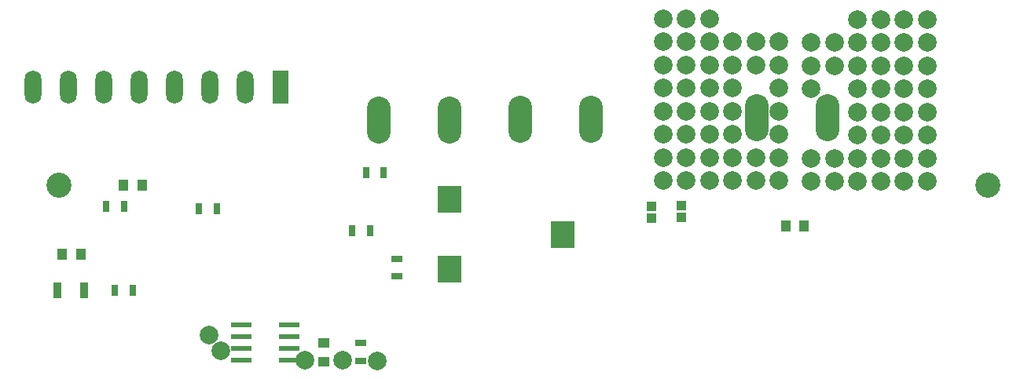
<source format=gbr>
G04 #@! TF.FileFunction,Soldermask,Top*
%FSLAX46Y46*%
G04 Gerber Fmt 4.6, Leading zero omitted, Abs format (unit mm)*
G04 Created by KiCad (PCBNEW 4.0.6) date Thu Jun  1 11:47:27 2017*
%MOMM*%
%LPD*%
G01*
G04 APERTURE LIST*
%ADD10C,0.100000*%
%ADD11C,1.998980*%
%ADD12R,2.199640X0.599440*%
%ADD13R,2.500000X3.000000*%
%ADD14R,1.000000X1.000000*%
%ADD15R,1.300000X0.700000*%
%ADD16R,0.700000X1.300000*%
%ADD17R,1.000000X1.250000*%
%ADD18O,2.540000X5.080000*%
%ADD19R,0.900000X1.700000*%
%ADD20R,1.250000X1.000000*%
%ADD21R,1.800000X3.600000*%
%ADD22O,1.800000X3.600000*%
%ADD23C,2.700000*%
G04 APERTURE END LIST*
D10*
D11*
X77410000Y-77830000D03*
X76170000Y-76120000D03*
X86500000Y-78900000D03*
X90530000Y-78900000D03*
X94210000Y-78930000D03*
D12*
X84798420Y-78905000D03*
X84798420Y-77635000D03*
X84798420Y-76365000D03*
X84798420Y-75095000D03*
X79601580Y-75095000D03*
X79601580Y-76365000D03*
X79601580Y-77635000D03*
X79601580Y-78905000D03*
D13*
X102000000Y-61550000D03*
X102000000Y-69050000D03*
X114250000Y-65300000D03*
D11*
X132550000Y-59500000D03*
D14*
X127030000Y-63460000D03*
X127030000Y-62160000D03*
X123800000Y-63550000D03*
X123800000Y-62250000D03*
D11*
X125050000Y-57000000D03*
X125050000Y-59500000D03*
X127550000Y-57000000D03*
X130050000Y-57000000D03*
X132550000Y-57000000D03*
X130050000Y-59500000D03*
X127550000Y-59500000D03*
X146000000Y-52090000D03*
D15*
X92500000Y-78950000D03*
X92500000Y-77050000D03*
D11*
X148500000Y-52090000D03*
X148500000Y-47090000D03*
X146000000Y-47090000D03*
X148500000Y-49590000D03*
X146000000Y-49590000D03*
X148500000Y-44590000D03*
X146000000Y-42090000D03*
X146000000Y-44590000D03*
X153500000Y-49590000D03*
X153500000Y-52090000D03*
X151000000Y-52090000D03*
X151000000Y-49590000D03*
X151000000Y-47090000D03*
X153500000Y-44590000D03*
X151000000Y-44590000D03*
X153500000Y-47090000D03*
X153500000Y-42090000D03*
X151000000Y-42090000D03*
X148500000Y-42090000D03*
X148500000Y-57090000D03*
X148500000Y-59590000D03*
D16*
X94950000Y-58600000D03*
X93050000Y-58600000D03*
D11*
X141000000Y-59590000D03*
X141000000Y-57090000D03*
X135050000Y-57000000D03*
X137550000Y-59500000D03*
X137550000Y-57000000D03*
X135050000Y-59500000D03*
D17*
X138250000Y-64400000D03*
X140250000Y-64400000D03*
D11*
X143500000Y-59590000D03*
X146000000Y-54590000D03*
X146000000Y-59590000D03*
X146000000Y-57090000D03*
X143500000Y-57090000D03*
X153500000Y-57090000D03*
X153500000Y-54590000D03*
X151000000Y-54590000D03*
X148500000Y-54590000D03*
X153500000Y-59590000D03*
X151000000Y-59590000D03*
X151000000Y-57090000D03*
X137550000Y-47000000D03*
X135050000Y-47000000D03*
X132550000Y-47000000D03*
X137550000Y-44500000D03*
X135050000Y-44500000D03*
X132550000Y-44500000D03*
X127550000Y-42000000D03*
X130050000Y-44500000D03*
X127550000Y-44500000D03*
X125050000Y-44500000D03*
X130050000Y-42000000D03*
X125050000Y-42000000D03*
X137550000Y-49500000D03*
X137550000Y-54500000D03*
X132550000Y-54500000D03*
X137550000Y-52000000D03*
X132550000Y-52000000D03*
X132550000Y-49500000D03*
X127550000Y-47000000D03*
X130050000Y-49500000D03*
X125050000Y-49500000D03*
X130050000Y-47000000D03*
X127550000Y-49500000D03*
X125050000Y-47000000D03*
D18*
X142770000Y-52700000D03*
X135150000Y-52700000D03*
D11*
X141000000Y-44590000D03*
X143500000Y-47090000D03*
X141000000Y-49590000D03*
X141000000Y-47090000D03*
X143500000Y-44590000D03*
X127550000Y-54500000D03*
X130050000Y-54500000D03*
X125050000Y-54500000D03*
X130050000Y-52000000D03*
X127550000Y-52000000D03*
X125050000Y-52000000D03*
D19*
X62660000Y-71310000D03*
X59760000Y-71310000D03*
D20*
X88500000Y-77000000D03*
X88500000Y-79000000D03*
D17*
X68900000Y-60000000D03*
X66900000Y-60000000D03*
X60310000Y-67480000D03*
X62310000Y-67480000D03*
D16*
X93450000Y-64900000D03*
X91550000Y-64900000D03*
X67880000Y-71310000D03*
X65980000Y-71310000D03*
D15*
X96400000Y-67950000D03*
X96400000Y-69850000D03*
D16*
X75050000Y-62500000D03*
X76950000Y-62500000D03*
X66950000Y-62250000D03*
X65050000Y-62250000D03*
D18*
X102020000Y-53000000D03*
X94400000Y-53000000D03*
D21*
X83810000Y-49400000D03*
D22*
X80000000Y-49400000D03*
X76190000Y-49400000D03*
X72380000Y-49400000D03*
X68570000Y-49400000D03*
X64760000Y-49400000D03*
X60950000Y-49400000D03*
X57140000Y-49400000D03*
D18*
X117320000Y-52900000D03*
X109700000Y-52900000D03*
D23*
X60000000Y-60000000D03*
X160000000Y-60000000D03*
M02*

</source>
